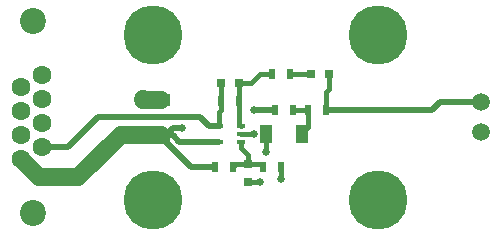
<source format=gbr>
G04 #@! TF.FileFunction,Copper,L1,Top,Signal*
%FSLAX46Y46*%
G04 Gerber Fmt 4.6, Leading zero omitted, Abs format (unit mm)*
G04 Created by KiCad (PCBNEW 4.0.7) date 06/27/18 15:59:39*
%MOMM*%
%LPD*%
G01*
G04 APERTURE LIST*
%ADD10C,0.150000*%
%ADD11R,0.750000X0.800000*%
%ADD12R,0.800000X0.750000*%
%ADD13R,0.500000X0.900000*%
%ADD14R,1.000000X1.600000*%
%ADD15C,2.200000*%
%ADD16C,1.600000*%
%ADD17R,0.650000X0.400000*%
%ADD18C,1.500000*%
%ADD19C,5.000000*%
%ADD20R,1.600000X1.000000*%
%ADD21C,0.660400*%
%ADD22C,1.524000*%
%ADD23C,0.381000*%
%ADD24C,0.508000*%
G04 APERTURE END LIST*
D10*
D11*
X49276000Y-39509000D03*
X49276000Y-41009000D03*
D12*
X54622000Y-31877000D03*
X56122000Y-31877000D03*
X47002000Y-32639000D03*
X48502000Y-32639000D03*
D13*
X51574000Y-34925000D03*
X53074000Y-34925000D03*
X54368000Y-34925000D03*
X55868000Y-34925000D03*
X46494000Y-39751000D03*
X47994000Y-39751000D03*
X50558000Y-39751000D03*
X52058000Y-39751000D03*
X51320000Y-31877000D03*
X52820000Y-31877000D03*
X47002000Y-34163000D03*
X48502000Y-34163000D03*
D14*
X53824000Y-36957000D03*
X50824000Y-36957000D03*
D15*
X31112000Y-27430000D03*
X31112000Y-43690000D03*
D16*
X30092000Y-35060000D03*
X30092000Y-37090000D03*
X31872000Y-34030000D03*
X31872000Y-36060000D03*
X31872000Y-32000000D03*
X30092000Y-33030000D03*
X31872000Y-38090000D03*
X30092000Y-39120000D03*
D17*
X48702000Y-37607000D03*
X48702000Y-36307000D03*
X48702000Y-36957000D03*
X46802000Y-36307000D03*
X46802000Y-37607000D03*
D18*
X68993000Y-34290000D03*
X68993000Y-36830000D03*
D19*
X41275000Y-28575000D03*
X41275000Y-42545000D03*
X60325000Y-28575000D03*
X60325000Y-42545000D03*
D20*
X41910000Y-34060000D03*
X41910000Y-37060000D03*
D21*
X40386000Y-34036000D03*
X50292000Y-41021000D03*
X50800000Y-38481000D03*
X52070000Y-40767000D03*
X49784000Y-36957000D03*
X49784000Y-34925000D03*
X43688000Y-36449000D03*
D22*
X41910000Y-34060000D02*
X40410000Y-34060000D01*
X40410000Y-34060000D02*
X40386000Y-34036000D01*
D23*
X49276000Y-41009000D02*
X50280000Y-41009000D01*
X50280000Y-41009000D02*
X50292000Y-41021000D01*
X50824000Y-36957000D02*
X50824000Y-38457000D01*
X50824000Y-38457000D02*
X50800000Y-38481000D01*
X52058000Y-39751000D02*
X52058000Y-40755000D01*
X52058000Y-40755000D02*
X52070000Y-40767000D01*
X48702000Y-36957000D02*
X49784000Y-36957000D01*
X50824000Y-36957000D02*
X50824000Y-37489000D01*
X54368000Y-34925000D02*
X54368000Y-36413000D01*
X54368000Y-36413000D02*
X53824000Y-36957000D01*
X54368000Y-34925000D02*
X53074000Y-34925000D01*
X48702000Y-37607000D02*
X48702000Y-38161000D01*
X49276000Y-38735000D02*
X49276000Y-39509000D01*
X48702000Y-38161000D02*
X49276000Y-38735000D01*
X49276000Y-39509000D02*
X48236000Y-39509000D01*
X48236000Y-39509000D02*
X47994000Y-39751000D01*
X49276000Y-39509000D02*
X50316000Y-39509000D01*
X50316000Y-39509000D02*
X50558000Y-39751000D01*
X54622000Y-31877000D02*
X52820000Y-31877000D01*
D24*
X31872000Y-38090000D02*
X34046000Y-38090000D01*
X34046000Y-38090000D02*
X36576000Y-35560000D01*
X36576000Y-35560000D02*
X45212000Y-35560000D01*
X45212000Y-35560000D02*
X45959000Y-36307000D01*
X45959000Y-36307000D02*
X46802000Y-36307000D01*
D23*
X46802000Y-36307000D02*
X46802000Y-35113000D01*
X47002000Y-34913000D02*
X47002000Y-34163000D01*
X46802000Y-35113000D02*
X47002000Y-34913000D01*
X47002000Y-32639000D02*
X47002000Y-34163000D01*
X48502000Y-34163000D02*
X48502000Y-36107000D01*
X48502000Y-36107000D02*
X48702000Y-36307000D01*
X48502000Y-32639000D02*
X48502000Y-34163000D01*
X51320000Y-31877000D02*
X50292000Y-31877000D01*
X49530000Y-32639000D02*
X48502000Y-32639000D01*
X50292000Y-31877000D02*
X49530000Y-32639000D01*
D22*
X32120000Y-40640000D02*
X31612000Y-40640000D01*
X32120000Y-40640000D02*
X34925000Y-40640000D01*
X41910000Y-37060000D02*
X38505000Y-37060000D01*
X34925000Y-40640000D02*
X38505000Y-37060000D01*
X31612000Y-40640000D02*
X30092000Y-39120000D01*
D24*
X41910000Y-37060000D02*
X42315000Y-37060000D01*
X42315000Y-37060000D02*
X42926000Y-36449000D01*
X49784000Y-34925000D02*
X51574000Y-34925000D01*
X42926000Y-36449000D02*
X43688000Y-36449000D01*
X46802000Y-37607000D02*
X43449000Y-37607000D01*
X42902000Y-37060000D02*
X41910000Y-37060000D01*
X43449000Y-37607000D02*
X42902000Y-37060000D01*
X41910000Y-37060000D02*
X41910000Y-37211000D01*
X41910000Y-37211000D02*
X44450000Y-39751000D01*
X44450000Y-39751000D02*
X46494000Y-39751000D01*
X55868000Y-34925000D02*
X64897000Y-34925000D01*
X65532000Y-34290000D02*
X68993000Y-34290000D01*
X64897000Y-34925000D02*
X65532000Y-34290000D01*
D23*
X55868000Y-34925000D02*
X55868000Y-33413000D01*
X56122000Y-33159000D02*
X56122000Y-31877000D01*
X55868000Y-33413000D02*
X56122000Y-33159000D01*
M02*

</source>
